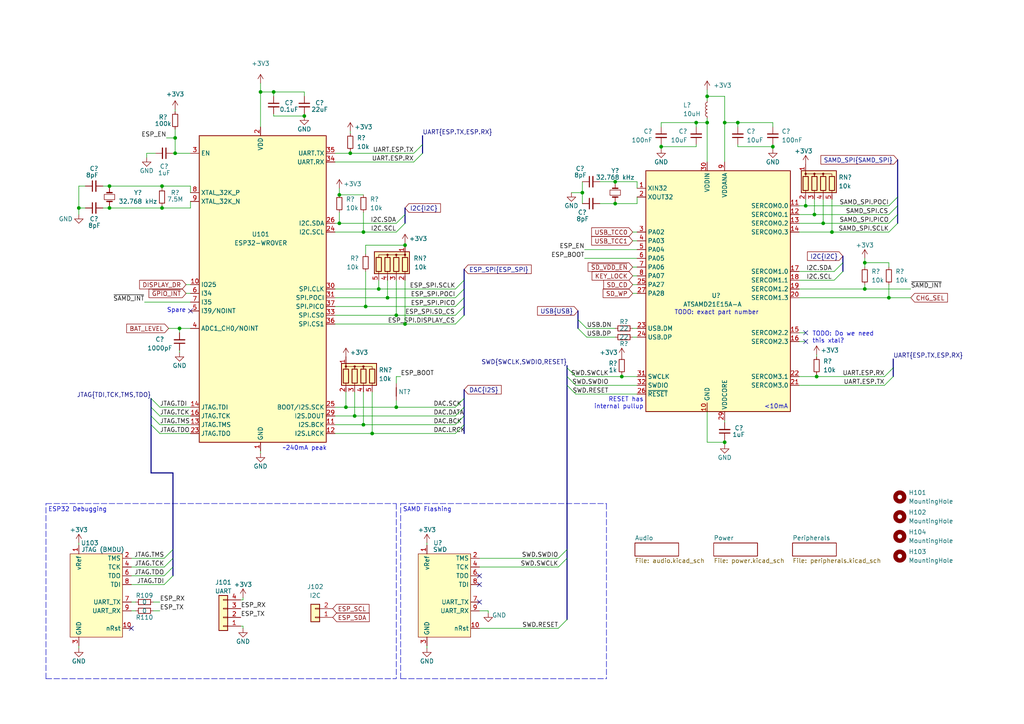
<source format=kicad_sch>
(kicad_sch (version 20211123) (generator eeschema)
  (paper "A4")
  (title_block (date "2022-09-04") (rev "1"))
  (lib_symbols
    (symbol "Connector_Generic:Conn_01x02" (pin_names (offset 1.016) hide)
      (property "Reference" "J" (at 0 2.54 0))
      (property "Value" "Conn_01x02" (at 0 -5.08 0))
      (symbol "Conn_01x02_1_1"
        (rectangle (start -1.27 -2.413) (end 0 -2.667) (stroke (width 0.1524)))
        (rectangle (start -1.27 0.127) (end 0 -0.127) (stroke (width 0.1524)))
        (rectangle (start -1.27 1.27) (end 1.27 -3.81) (stroke (width 0.254)) (fill (type background)))
        (pin passive line (at -5.08 0 0) (length 3.81) (name "Pin_1") (number "1"))
        (pin passive line (at -5.08 -2.54 0) (length 3.81) (name "Pin_2") (number "2"))
      )
    )
    (symbol "Connector_Generic:Conn_01x04" (pin_names (offset 1.016) hide)
      (property "Reference" "J" (at 0 5.08 0))
      (property "Value" "Conn_01x04" (at 0 -7.62 0))
      (symbol "Conn_01x04_1_1"
        (rectangle (start -1.27 -4.953) (end 0 -5.207) (stroke (width 0.1524)))
        (rectangle (start -1.27 -2.413) (end 0 -2.667) (stroke (width 0.1524)))
        (rectangle (start -1.27 0.127) (end 0 -0.127) (stroke (width 0.1524)))
        (rectangle (start -1.27 2.667) (end 0 2.413) (stroke (width 0.1524)))
        (rectangle (start -1.27 3.81) (end 1.27 -6.35) (stroke (width 0.254)) (fill (type background)))
        (pin passive line (at -5.08 2.54 0) (length 3.81) (name "Pin_1") (number "1"))
        (pin passive line (at -5.08 0 0) (length 3.81) (name "Pin_2") (number "2"))
        (pin passive line (at -5.08 -2.54 0) (length 3.81) (name "Pin_3") (number "3"))
        (pin passive line (at -5.08 -5.08 0) (length 3.81) (name "Pin_4") (number "4"))
      )
    )
    (symbol "Device:C_Small" (pin_numbers hide) (pin_names (offset 0.254) hide)
      (property "Reference" "C" (at 0.254 1.778 0))
      (property "Value" "C_Small" (at 0.254 -2.032 0))
      (symbol "C_Small_0_1"
        (polyline (pts (xy -1.524 -0.508) (xy 1.524 -0.508)) (stroke (width 0.3302)))
        (polyline (pts (xy -1.524 0.508) (xy 1.524 0.508)) (stroke (width 0.3048)))
      )
      (symbol "C_Small_1_1"
        (pin passive line (at 0 2.54 270) (length 2.032) (name "~") (number "1"))
        (pin passive line (at 0 -2.54 90) (length 2.032) (name "~") (number "2"))
      )
    )
    (symbol "Device:Crystal_Small" (pin_numbers hide) (pin_names (offset 1.016) hide)
      (property "Reference" "Y" (at 0 2.54 0))
      (property "Value" "Crystal_Small" (at 0 -2.54 0))
      (symbol "Crystal_Small_0_1"
        (rectangle (start -0.762 -1.524) (end 0.762 1.524))
        (polyline (pts (xy -1.27 -0.762) (xy -1.27 0.762)) (stroke (width 0.381)))
        (polyline (pts (xy 1.27 -0.762) (xy 1.27 0.762)) (stroke (width 0.381)))
      )
      (symbol "Crystal_Small_1_1"
        (pin passive line (at -2.54 0 0) (length 1.27) (name "1") (number "1"))
        (pin passive line (at 2.54 0 180) (length 1.27) (name "2") (number "2"))
      )
    )
    (symbol "Device:L_Small" (pin_numbers hide) (pin_names (offset 0.254) hide)
      (property "Reference" "L" (at 0.762 1.016 0))
      (property "Value" "L_Small" (at 0.762 -1.016 0))
      (symbol "L_Small_0_1"
        (arc (start 0 -2.032) (mid 0.508 -1.524) (end 0 -1.016))
        (arc (start 0 -1.016) (mid 0.508 -0.508) (end 0 0))
        (arc (start 0 0) (mid 0.508 0.508) (end 0 1.016))
        (arc (start 0 1.016) (mid 0.508 1.524) (end 0 2.032))
      )
      (symbol "L_Small_1_1"
        (pin passive line (at 0 2.54 270) (length 0.508) (name "~") (number "1"))
        (pin passive line (at 0 -2.54 90) (length 0.508) (name "~") (number "2"))
      )
    )
    (symbol "Device:NetTie_2" (pin_numbers hide) (pin_names (offset 0) hide)
      (property "Reference" "NT" (at 0 1.27 0))
      (property "Value" "NetTie_2" (at 0 -1.27 0))
      (symbol "NetTie_2_0_1"
        (polyline (pts (xy -1.27 0) (xy 1.27 0)) (stroke (width 0.254)))
      )
      (symbol "NetTie_2_1_1"
        (pin passive line (at -2.54 0 0) (length 2.54) (name "1") (number "1"))
        (pin passive line (at 2.54 0 180) (length 2.54) (name "2") (number "2"))
      )
    )
    (symbol "Device:R_Network04" (pin_names (offset 0) hide)
      (property "Reference" "RN" (at -7.62 0 90))
      (property "Value" "R_Network04" (at 5.08 0 90))
      (symbol "R_Network04_0_1"
        (rectangle (start -6.35 -3.175) (end 3.81 3.175) (stroke (width 0.254)) (fill (type background)))
        (rectangle (start -5.842 1.524) (end -4.318 -2.54) (stroke (width 0.254)))
        (circle (center -5.08 2.286) (radius 0.254) (fill (type outline)))
        (rectangle (start -3.302 1.524) (end -1.778 -2.54) (stroke (width 0.254)))
        (circle (center -2.54 2.286) (radius 0.254) (fill (type outline)))
        (rectangle (start -0.762 1.524) (end 0.762 -2.54) (stroke (width 0.254)))
        (polyline (pts (xy -5.08 -2.54) (xy -5.08 -3.81)))
        (polyline (pts (xy -2.54 -2.54) (xy -2.54 -3.81)))
        (polyline (pts (xy 0 -2.54) (xy 0 -3.81)))
        (polyline (pts (xy 2.54 -2.54) (xy 2.54 -3.81)))
        (polyline (pts (xy -5.08 1.524) (xy -5.08 2.286) (xy -2.54 2.286) (xy -2.54 1.524)))
        (polyline (pts (xy -2.54 1.524) (xy -2.54 2.286) (xy 0 2.286) (xy 0 1.524)))
        (polyline (pts (xy 0 1.524) (xy 0 2.286) (xy 2.54 2.286) (xy 2.54 1.524)))
        (circle (center 0 2.286) (radius 0.254) (fill (type outline)))
        (rectangle (start 1.778 1.524) (end 3.302 -2.54) (stroke (width 0.254)))
      )
      (symbol "R_Network04_1_1"
        (pin passive line (at -5.08 5.08 270) (length 2.54) (name "common") (number "1"))
        (pin passive line (at -5.08 -5.08 90) (length 1.27) (name "R1") (number "2"))
        (pin passive line (at -2.54 -5.08 90) (length 1.27) (name "R2") (number "3"))
        (pin passive line (at 0 -5.08 90) (length 1.27) (name "R3") (number "4"))
        (pin passive line (at 2.54 -5.08 90) (length 1.27) (name "R4") (number "5"))
      )
    )
    (symbol "Device:R_Small" (pin_numbers hide) (pin_names (offset 0.254) hide)
      (property "Reference" "R" (at 0.762 0.508 0))
      (property "Value" "R_Small" (at 0.762 -1.016 0))
      (symbol "R_Small_0_1"
        (rectangle (start -0.762 1.778) (end 0.762 -1.778) (stroke (width 0.2032)))
      )
      (symbol "R_Small_1_1"
        (pin passive line (at 0 2.54 270) (length 0.762) (name "~") (number "1"))
        (pin passive line (at 0 -2.54 90) (length 0.762) (name "~") (number "2"))
      )
    )
    (symbol "Mechanical:MountingHole" (pin_names (offset 1.016))
      (property "Reference" "H" (at 0 5.08 0))
      (property "Value" "MountingHole" (at 0 3.175 0))
      (symbol "MountingHole_0_1"
        (circle (center 0 0) (radius 1.27) (stroke (width 1.27)))
      )
    )
    (symbol "power:+3V3" (power) (pin_names (offset 0))
      (property "Value" "+3V3" (at 0 3.556 0))
      (symbol "+3V3_0_1"
        (polyline (pts (xy -0.762 1.27) (xy 0 2.54)))
        (polyline (pts (xy 0 0) (xy 0 2.54)))
        (polyline (pts (xy 0 2.54) (xy 0.762 1.27)))
      )
      (symbol "+3V3_1_1"
        (pin power_in line (at 0 0 90) (length 0) hide (name "+3V3") (number "1"))
      )
    )
    (symbol "power:GND" (power) (pin_names (offset 0))
      (property "Value" "GND" (at 0 -3.81 0))
      (symbol "GND_0_1"
        (polyline (pts (xy 0 0) (xy 0 -1.27) (xy 1.27 -1.27) (xy 0 -2.54) (xy -1.27 -1.27) (xy 0 -1.27)))
      )
      (symbol "GND_1_1"
        (pin power_in line (at 0 0 270) (length 0) hide (name "GND") (number "1"))
      )
    )
    (symbol "symbols:ATSAMD21E15A-A"
      (property "Reference" "U" (at 0 15.24 0))
      (property "Value" "ATSAMD21E15A-A" (at 0 10.16 0))
      (symbol "ATSAMD21E15A-A_1_1"
        (rectangle (start -20.32 45.72) (end 21.59 -24.13) (stroke (width 0.254)) (fill (type background)))
        (pin bidirectional line (at -22.86 40.64 0) (length 2.54) (name "XIN32") (number "1"))
        (pin power_in line (at -2.54 -24.13 90) (length 2.54) (name "GND") (number "10"))
        (pin bidirectional line (at 24.13 35.56 180) (length 2.54) (name "SERCOM0.0") (number "11"))
        (pin bidirectional line (at 24.13 33.02 180) (length 2.54) (name "SERCOM0.1") (number "12"))
        (pin bidirectional line (at 24.13 30.48 180) (length 2.54) (name "SERCOM0.2") (number "13"))
        (pin bidirectional line (at 24.13 27.94 180) (length 2.54) (name "SERCOM0.3") (number "14"))
        (pin bidirectional line (at 24.13 -1.27 180) (length 2.54) (name "SERCOM2.2") (number "15"))
        (pin bidirectional line (at 24.13 -3.81 180) (length 2.54) (name "SERCOM2.3") (number "16"))
        (pin bidirectional line (at 24.13 16.51 180) (length 2.54) (name "SERCOM1.0") (number "17"))
        (pin bidirectional line (at 24.13 13.97 180) (length 2.54) (name "SERCOM1.1") (number "18"))
        (pin bidirectional line (at 24.13 11.43 180) (length 2.54) (name "SERCOM1.2") (number "19"))
        (pin bidirectional line (at -22.86 38.1 0) (length 2.54) (name "XOUT32") (number "2"))
        (pin bidirectional line (at 24.13 8.89 180) (length 2.54) (name "SERCOM1.3") (number "20"))
        (pin bidirectional line (at 24.13 -16.51 180) (length 2.54) (name "SERCOM3.0") (number "21"))
        (pin bidirectional line (at 24.13 -13.97 180) (length 2.54) (name "SERCOM3.1") (number "22"))
        (pin bidirectional line (at -22.86 0 0) (length 2.54) (name "USB.DM") (number "23"))
        (pin bidirectional line (at -22.86 -2.54 0) (length 2.54) (name "USB.DP") (number "24"))
        (pin bidirectional line (at -22.86 12.7 0) (length 2.54) (name "PA27") (number "25"))
        (pin input line (at -22.86 -19.05 0) (length 2.54) (name "~{RESET}") (number "26"))
        (pin bidirectional line (at -22.86 10.16 0) (length 2.54) (name "PA28") (number "27"))
        (pin passive line (at -2.54 -24.13 90) (length 2.54) hide (name "GND") (number "28"))
        (pin power_out line (at 2.54 -26.67 90) (length 2.54) (name "VDDCORE") (number "29"))
        (pin bidirectional line (at -22.86 27.94 0) (length 2.54) (name "PA02") (number "3"))
        (pin power_in line (at -2.54 48.26 270) (length 2.54) (name "VDDIN") (number "30"))
        (pin bidirectional line (at -22.86 -13.97 0) (length 2.54) (name "SWCLK") (number "31"))
        (pin bidirectional line (at -22.86 -16.51 0) (length 2.54) (name "SWDIO") (number "32"))
        (pin bidirectional line (at -22.86 25.4 0) (length 2.54) (name "PA03") (number "4"))
        (pin bidirectional line (at -22.86 22.86 0) (length 2.54) (name "PA04") (number "5"))
        (pin bidirectional line (at -22.86 20.32 0) (length 2.54) (name "PA05") (number "6"))
        (pin bidirectional line (at -22.86 17.78 0) (length 2.54) (name "PA06") (number "7"))
        (pin bidirectional line (at -22.86 15.24 0) (length 2.54) (name "PA07") (number "8"))
        (pin power_in line (at 2.54 48.26 270) (length 2.54) (name "VDDANA") (number "9"))
      )
    )
    (symbol "symbols:BMDU"
      (property "Reference" "U" (at -5.08 6.35 0))
      (property "Value" "BMDU" (at -5.08 6.35 0))
      (symbol "BMDU_0_0"
        (pin unspecified line (at -5.08 20.32 270) (length 2.54) (name "vRef") (number "1"))
        (pin unspecified line (at 10.16 -3.81 180) (length 2.54) (name "nRst") (number "10"))
        (pin unspecified line (at 10.16 16.51 180) (length 2.54) (name "TMS") (number "2"))
        (pin unspecified line (at -5.08 -8.89 90) (length 2.54) (name "GND") (number "3"))
        (pin unspecified line (at 10.16 13.97 180) (length 2.54) (name "TCK") (number "4"))
        (pin unspecified line (at -5.08 -8.89 90) (length 2.54) hide (name "GND") (number "5"))
        (pin unspecified line (at 10.16 11.43 180) (length 2.54) (name "TDO") (number "6"))
        (pin unspecified line (at 10.16 3.81 180) (length 2.54) (name "UART_TX") (number "7"))
        (pin unspecified line (at 10.16 8.89 180) (length 2.54) (name "TDI") (number "8"))
        (pin unspecified line (at 10.16 1.27 180) (length 2.54) (name "UART_RX") (number "9"))
      )
      (symbol "BMDU_0_1"
        (rectangle (start -7.62 17.78) (end 7.62 -6.35) (fill (type background)))
      )
    )
    (symbol "symbols:ESP32-WROOM"
      (property "Reference" "U" (at -17.78 34.29 0))
      (property "Value" "ESP32-WROOM" (at -3.81 34.29 0))
      (symbol "ESP32-WROOM_0_1"
        (rectangle (start -17.78 33.02) (end 19.05 -55.88) (stroke (width 0.254)) (fill (type background)))
      )
      (symbol "ESP32-WROOM_1_1"
        (pin power_in line (at 0 -58.42 90) (length 2.54) (name "GND") (number "1"))
        (pin bidirectional line (at -20.32 -10.16 0) (length 2.54) (name "IO25") (number "10"))
        (pin bidirectional line (at 21.59 -50.8 180) (length 2.54) (name "I2S.BCK") (number "11"))
        (pin bidirectional line (at 21.59 -53.34 180) (length 2.54) (name "I2S.LRCK") (number "12"))
        (pin bidirectional line (at -20.32 -50.8 0) (length 2.54) (name "JTAG.TMS") (number "13"))
        (pin bidirectional line (at -20.32 -45.72 0) (length 2.54) (name "JTAG.TDI") (number "14"))
        (pin passive line (at 0 -58.42 90) (length 2.54) hide (name "GND") (number "15"))
        (pin bidirectional line (at -20.32 -48.26 0) (length 2.54) (name "JTAG.TCK") (number "16"))
        (pin no_connect line (at -43.18 -13.97 0) (length 2.54) hide (name "SHD/SD2") (number "17"))
        (pin no_connect line (at -43.18 -16.51 0) (length 2.54) hide (name "SWP/SD3") (number "18"))
        (pin no_connect line (at -43.18 -21.59 0) (length 2.54) hide (name "SCS/CMD") (number "19"))
        (pin power_in line (at 0 35.56 270) (length 2.54) (name "VDD") (number "2"))
        (pin no_connect line (at -43.18 -19.05 0) (length 2.54) hide (name "SCK/CLK") (number "20"))
        (pin no_connect line (at -43.18 -8.89 0) (length 2.54) hide (name "SDO/SD0") (number "21"))
        (pin no_connect line (at -43.18 -11.43 0) (length 2.54) hide (name "SDI/SD1") (number "22"))
        (pin bidirectional line (at -20.32 -53.34 0) (length 2.54) (name "JTAG.TDO") (number "23"))
        (pin bidirectional line (at 21.59 5.08 180) (length 2.54) (name "I2C.SCL") (number "24"))
        (pin bidirectional line (at 21.59 -45.72 180) (length 2.54) (name "BOOT/I2S.SCK") (number "25"))
        (pin bidirectional line (at 21.59 7.62 180) (length 2.54) (name "I2C.SDA") (number "26"))
        (pin no_connect line (at -43.18 -24.13 0) (length 2.54) hide (name "IO16") (number "27"))
        (pin no_connect line (at -43.18 -26.67 0) (length 2.54) hide (name "IO17") (number "28"))
        (pin bidirectional line (at 21.59 -48.26 180) (length 2.54) (name "I2S.DOUT") (number "29"))
        (pin input line (at -20.32 27.94 0) (length 2.54) (name "EN") (number "3"))
        (pin bidirectional line (at 21.59 -11.43 180) (length 2.54) (name "SPI.CLK") (number "30"))
        (pin bidirectional line (at 21.59 -13.97 180) (length 2.54) (name "SPI.POCI") (number "31"))
        (pin no_connect line (at -43.18 -29.21 0) (length 2.54) hide (name "NC") (number "32"))
        (pin bidirectional line (at 21.59 -19.05 180) (length 2.54) (name "SPI.CS0") (number "33"))
        (pin bidirectional line (at 21.59 25.4 180) (length 2.54) (name "UART.RX") (number "34"))
        (pin bidirectional line (at 21.59 27.94 180) (length 2.54) (name "UART.TX") (number "35"))
        (pin bidirectional line (at 21.59 -21.59 180) (length 2.54) (name "SPI.CS1") (number "36"))
        (pin bidirectional line (at 21.59 -16.51 180) (length 2.54) (name "SPI.PICO") (number "37"))
        (pin passive line (at 0 -58.42 90) (length 2.54) hide (name "GND") (number "38"))
        (pin passive line (at 0 -58.42 90) (length 2.54) hide (name "GND") (number "39"))
        (pin input line (at -20.32 -22.86 0) (length 2.54) (name "ADC1_CH0/NOINT") (number "4"))
        (pin input line (at -20.32 -17.78 0) (length 2.54) (name "I39/NOINT") (number "5"))
        (pin input line (at -20.32 -12.7 0) (length 2.54) (name "I34") (number "6"))
        (pin input line (at -20.32 -15.24 0) (length 2.54) (name "I35") (number "7"))
        (pin bidirectional line (at -20.32 16.51 0) (length 2.54) (name "XTAL_32K_P") (number "8"))
        (pin bidirectional line (at -20.32 13.97 0) (length 2.54) (name "XTAL_32K_N") (number "9"))
      )
    )
  )
  (bus_alias "I2C" (members "SDA" "SCL"))
  (bus_alias "ESP_SPI" (members "SCLK" "POCI" "PICO" "SD_CS" "DISPLAY_CS"))
  (bus_alias "SAMD_SPI" (members "SCLK" "POCI" "PICO" "CS"))
  (bus_alias "I2S" (members "SCK" "BCK" "LRCK" "DATA"))
  (bus_alias "USB" (members "DN" "DP"))
  (junction (at 117.475 93.98))
  (junction (at 22.86 60.325))
  (junction (at 88.265 33.655))
  (junction (at 114.935 91.44))
  (junction (at 236.22 62.23))
  (junction (at 101.6 44.45))
  (junction (at 250.825 83.82))
  (junction (at 233.68 59.69))
  (junction (at 46.99 53.975))
  (junction (at 250.825 76.2))
  (junction (at 31.75 53.975))
  (junction (at 100.33 118.11))
  (junction (at 46.99 60.325))
  (junction (at 205.105 27.94))
  (junction (at 178.435 52.705))
  (junction (at 112.395 86.36))
  (junction (at 178.435 59.055))
  (junction (at 105.41 123.19))
  (junction (at 238.76 64.77))
  (junction (at 210.185 35.56))
  (junction (at 210.185 128.27))
  (junction (at 224.155 42.545))
  (junction (at 107.95 125.73))
  (junction (at 114.935 118.11))
  (junction (at 52.07 95.25))
  (junction (at 180.34 109.22))
  (junction (at 106.045 88.9))
  (junction (at 201.93 35.56))
  (junction (at 241.3 67.31))
  (junction (at 31.75 60.325))
  (junction (at 79.375 26.67))
  (junction (at 50.8 40.005))
  (junction (at 50.8 44.45))
  (junction (at 213.995 35.56))
  (junction (at 205.105 35.56))
  (junction (at 168.91 55.88))
  (junction (at 98.425 64.77))
  (junction (at 236.855 109.22))
  (junction (at 102.87 120.65))
  (junction (at 117.475 71.12))
  (junction (at 98.425 56.515))
  (junction (at 105.41 67.31))
  (junction (at 191.77 42.545))
  (junction (at 75.565 26.67))
  (junction (at 109.855 83.82))
  (junction (at 257.81 86.36))
  (no_connect (at 233.68 96.52))
  (no_connect (at 233.68 99.06))
  (no_connect (at 55.245 90.17))
  (no_connect (at 139.065 169.545))
  (no_connect (at 38.1 182.245))
  (no_connect (at 139.065 167.005))
  (no_connect (at 139.065 174.625))
  (bus_entry (at 134.62 115.57) (size -2.54 2.54))
  (bus_entry (at 164.465 106.68) (size 2.54 2.54))
  (bus_entry (at 164.465 109.22) (size 2.54 2.54))
  (bus_entry (at 164.465 111.76) (size 2.54 2.54))
  (bus_entry (at 43.815 123.19) (size 2.54 2.54))
  (bus_entry (at 43.815 115.57) (size 2.54 2.54))
  (bus_entry (at 43.815 118.11) (size 2.54 2.54))
  (bus_entry (at 43.815 120.65) (size 2.54 2.54))
  (bus_entry (at 257.81 64.77) (size 2.54 -2.54))
  (bus_entry (at 257.81 62.23) (size 2.54 -2.54))
  (bus_entry (at 257.81 59.69) (size 2.54 -2.54))
  (bus_entry (at 161.925 161.925) (size 2.54 -2.54))
  (bus_entry (at 132.08 86.36) (size 2.54 -2.54))
  (bus_entry (at 132.08 83.82) (size 2.54 -2.54))
  (bus_entry (at 132.08 88.9) (size 2.54 -2.54))
  (bus_entry (at 132.08 93.98) (size 2.54 -2.54))
  (bus_entry (at 132.08 91.44) (size 2.54 -2.54))
  (bus_entry (at 120.015 46.99) (size 2.54 -2.54))
  (bus_entry (at 120.015 44.45) (size 2.54 -2.54))
  (bus_entry (at 47.625 164.465) (size 2.54 -2.54))
  (bus_entry (at 47.625 167.005) (size 2.54 -2.54))
  (bus_entry (at 47.625 161.925) (size 2.54 -2.54))
  (bus_entry (at 47.625 169.545) (size 2.54 -2.54))
  (bus_entry (at 161.925 182.245) (size 2.54 -2.54))
  (bus_entry (at 241.935 78.74) (size 2.54 -2.54))
  (bus_entry (at 257.81 67.31) (size 2.54 -2.54))
  (bus_entry (at 132.08 120.65) (size 2.54 -2.54))
  (bus_entry (at 132.08 125.73) (size 2.54 -2.54))
  (bus_entry (at 132.08 123.19) (size 2.54 -2.54))
  (bus_entry (at 241.935 81.28) (size 2.54 -2.54))
  (bus_entry (at 114.935 64.77) (size 2.54 -2.54))
  (bus_entry (at 114.935 67.31) (size 2.54 -2.54))
  (bus_entry (at 256.54 109.22) (size 2.54 -2.54))
  (bus_entry (at 256.54 111.76) (size 2.54 -2.54))
  (bus_entry (at 161.925 164.465) (size 2.54 -2.54))
  (bus_entry (at 167.64 95.25) (size 2.54 2.54))
  (bus_entry (at 167.64 92.71) (size 2.54 2.54))
  (wire (pts (xy 106.045 78.74) (xy 106.045 88.9)))
  (wire (pts (xy 117.475 70.485) (xy 117.475 71.12)))
  (bus (pts (xy 43.815 115.57) (xy 43.815 118.11)))
  (wire (pts (xy 97.155 67.31) (xy 105.41 67.31)))
  (wire (pts (xy 31.75 53.975) (xy 46.99 53.975)))
  (wire (pts (xy 257.81 82.55) (xy 257.81 86.36)))
  (wire (pts (xy 205.105 119.38) (xy 205.105 128.27)))
  (wire (pts (xy 205.105 128.27) (xy 210.185 128.27)))
  (wire (pts (xy 231.775 81.28) (xy 241.935 81.28)))
  (bus (pts (xy 260.35 62.23) (xy 260.35 64.77)))
  (wire (pts (xy 105.41 123.19) (xy 132.08 123.19)))
  (wire (pts (xy 107.95 125.73) (xy 132.08 125.73)))
  (wire (pts (xy 39.3551 177.165) (xy 38.1 177.165)))
  (wire (pts (xy 22.86 60.325) (xy 24.765 60.325)))
  (wire (pts (xy 250.825 76.2) (xy 257.81 76.2)))
  (wire (pts (xy 22.86 62.23) (xy 22.86 60.325)))
  (wire (pts (xy 114.935 91.44) (xy 132.08 91.44)))
  (wire (pts (xy 257.81 62.23) (xy 236.22 62.23)))
  (wire (pts (xy 213.995 42.545) (xy 213.995 41.91)))
  (wire (pts (xy 114.935 109.22) (xy 114.935 111.125)))
  (bus (pts (xy 134.62 115.57) (xy 134.62 118.11)))
  (wire (pts (xy 55.245 55.88) (xy 55.245 53.975)))
  (wire (pts (xy 236.855 109.22) (xy 231.775 109.22)))
  (wire (pts (xy 50.165 44.45) (xy 50.8 44.45)))
  (wire (pts (xy 183.515 85.09) (xy 184.785 85.09)))
  (wire (pts (xy 55.245 58.42) (xy 55.245 60.325)))
  (wire (pts (xy 48.895 95.25) (xy 52.07 95.25)))
  (wire (pts (xy 184.785 54.61) (xy 184.785 52.705)))
  (wire (pts (xy 97.155 88.9) (xy 106.045 88.9)))
  (wire (pts (xy 180.34 109.22) (xy 184.785 109.22)))
  (wire (pts (xy 53.975 82.55) (xy 55.245 82.55)))
  (polyline (pts (xy 175.895 146.05) (xy 175.895 196.85)))
  (bus (pts (xy 50.165 159.385) (xy 50.165 161.925)))
  (wire (pts (xy 224.155 35.56) (xy 224.155 36.83)))
  (wire (pts (xy 139.065 164.465) (xy 161.925 164.465)))
  (wire (pts (xy 109.855 83.82) (xy 132.08 83.82)))
  (wire (pts (xy 178.435 52.705) (xy 178.435 53.34)))
  (wire (pts (xy 112.395 86.36) (xy 132.08 86.36)))
  (wire (pts (xy 167.005 109.22) (xy 180.34 109.22)))
  (wire (pts (xy 75.565 26.67) (xy 79.375 26.67)))
  (wire (pts (xy 52.07 96.52) (xy 52.07 95.25)))
  (bus (pts (xy 167.64 90.17) (xy 167.64 92.71)))
  (wire (pts (xy 50.8 32.385) (xy 50.8 31.75)))
  (wire (pts (xy 100.33 118.11) (xy 97.155 118.11)))
  (wire (pts (xy 123.825 157.48) (xy 123.825 158.115)))
  (bus (pts (xy 134.62 118.11) (xy 134.62 120.65)))
  (bus (pts (xy 164.465 106.68) (xy 164.465 109.22)))
  (bus (pts (xy 122.555 41.91) (xy 122.555 44.45)))
  (wire (pts (xy 231.775 86.36) (xy 257.81 86.36)))
  (wire (pts (xy 201.93 35.56) (xy 191.77 35.56)))
  (wire (pts (xy 183.515 67.31) (xy 184.785 67.31)))
  (wire (pts (xy 22.86 53.975) (xy 24.765 53.975)))
  (wire (pts (xy 97.155 83.82) (xy 109.855 83.82)))
  (wire (pts (xy 233.68 99.06) (xy 231.775 99.06)))
  (wire (pts (xy 42.545 44.45) (xy 42.545 45.72)))
  (wire (pts (xy 139.065 177.165) (xy 141.605 177.165)))
  (wire (pts (xy 109.855 81.28) (xy 109.855 83.82)))
  (wire (pts (xy 114.935 116.205) (xy 114.935 118.11)))
  (wire (pts (xy 106.045 88.9) (xy 132.08 88.9)))
  (polyline (pts (xy 116.205 146.05) (xy 175.895 146.05)))
  (wire (pts (xy 29.845 60.325) (xy 31.75 60.325)))
  (wire (pts (xy 31.75 60.325) (xy 31.75 59.69)))
  (wire (pts (xy 48.26 40.005) (xy 50.8 40.005)))
  (wire (pts (xy 75.565 26.67) (xy 75.565 36.83)))
  (wire (pts (xy 141.605 177.165) (xy 141.605 177.8)))
  (wire (pts (xy 114.935 81.28) (xy 114.935 91.44)))
  (wire (pts (xy 100.33 113.665) (xy 100.33 118.11)))
  (wire (pts (xy 236.855 102.87) (xy 236.855 103.505)))
  (wire (pts (xy 238.76 57.785) (xy 238.76 64.77)))
  (wire (pts (xy 183.515 77.47) (xy 184.785 77.47)))
  (wire (pts (xy 183.515 97.79) (xy 184.785 97.79)))
  (wire (pts (xy 183.515 80.01) (xy 184.785 80.01)))
  (wire (pts (xy 69.85 181.61) (xy 70.485 181.61)))
  (wire (pts (xy 55.245 53.975) (xy 46.99 53.975)))
  (wire (pts (xy 210.185 35.56) (xy 210.185 46.99)))
  (wire (pts (xy 257.81 86.36) (xy 264.16 86.36)))
  (wire (pts (xy 46.355 120.65) (xy 55.245 120.65)))
  (wire (pts (xy 231.775 83.82) (xy 250.825 83.82)))
  (bus (pts (xy 244.475 76.2) (xy 244.475 78.74)))
  (wire (pts (xy 231.775 111.76) (xy 256.54 111.76)))
  (wire (pts (xy 233.68 57.785) (xy 233.68 59.69)))
  (wire (pts (xy 231.775 78.74) (xy 241.935 78.74)))
  (wire (pts (xy 257.81 59.69) (xy 233.68 59.69)))
  (wire (pts (xy 105.41 113.665) (xy 105.41 123.19)))
  (wire (pts (xy 210.185 127.635) (xy 210.185 128.27)))
  (wire (pts (xy 22.86 157.48) (xy 22.86 158.115)))
  (wire (pts (xy 79.375 26.67) (xy 88.265 26.67)))
  (wire (pts (xy 139.065 182.245) (xy 161.925 182.245)))
  (wire (pts (xy 256.54 109.22) (xy 236.855 109.22)))
  (wire (pts (xy 75.565 24.13) (xy 75.565 26.67)))
  (wire (pts (xy 31.75 60.325) (xy 46.99 60.325)))
  (bus (pts (xy 164.465 109.22) (xy 164.465 111.76)))
  (wire (pts (xy 233.68 96.52) (xy 231.775 96.52)))
  (bus (pts (xy 164.465 161.925) (xy 164.465 179.705)))
  (wire (pts (xy 105.41 123.19) (xy 97.155 123.19)))
  (wire (pts (xy 39.37 174.625) (xy 38.1 174.625)))
  (wire (pts (xy 46.355 118.11) (xy 55.245 118.11)))
  (wire (pts (xy 46.355 177.165) (xy 44.4351 177.165)))
  (polyline (pts (xy 13.335 196.85) (xy 13.335 146.05)))
  (wire (pts (xy 170.18 97.79) (xy 178.435 97.79)))
  (wire (pts (xy 46.355 123.19) (xy 55.245 123.19)))
  (wire (pts (xy 29.845 53.975) (xy 31.75 53.975)))
  (wire (pts (xy 31.75 53.975) (xy 31.75 54.61)))
  (wire (pts (xy 201.93 35.56) (xy 201.93 36.83)))
  (wire (pts (xy 79.375 33.02) (xy 79.375 33.655)))
  (wire (pts (xy 79.375 33.655) (xy 88.265 33.655)))
  (wire (pts (xy 183.515 82.55) (xy 184.785 82.55)))
  (wire (pts (xy 173.99 52.705) (xy 178.435 52.705)))
  (wire (pts (xy 88.265 26.67) (xy 88.265 27.94)))
  (wire (pts (xy 191.77 35.56) (xy 191.77 36.83)))
  (bus (pts (xy 134.62 88.9) (xy 134.62 86.36)))
  (wire (pts (xy 105.41 67.31) (xy 114.935 67.31)))
  (wire (pts (xy 114.935 118.11) (xy 132.08 118.11)))
  (wire (pts (xy 224.155 42.545) (xy 224.155 43.18)))
  (wire (pts (xy 98.425 61.595) (xy 98.425 64.77)))
  (wire (pts (xy 213.995 42.545) (xy 224.155 42.545)))
  (bus (pts (xy 134.62 120.65) (xy 134.62 123.19)))
  (wire (pts (xy 167.005 111.76) (xy 184.785 111.76)))
  (bus (pts (xy 164.465 111.76) (xy 164.465 159.385)))
  (wire (pts (xy 250.825 76.2) (xy 250.825 74.93)))
  (wire (pts (xy 50.8 40.005) (xy 50.8 37.465)))
  (wire (pts (xy 169.545 72.39) (xy 184.785 72.39)))
  (wire (pts (xy 38.1 164.465) (xy 47.625 164.465)))
  (bus (pts (xy 43.815 120.65) (xy 43.815 123.19)))
  (wire (pts (xy 46.355 125.73) (xy 55.245 125.73)))
  (wire (pts (xy 101.6 38.1) (xy 101.6 38.735)))
  (wire (pts (xy 70.485 173.355) (xy 70.485 173.99)))
  (wire (pts (xy 117.475 81.28) (xy 117.475 93.98)))
  (wire (pts (xy 241.3 57.785) (xy 241.3 67.31)))
  (wire (pts (xy 170.18 95.25) (xy 178.435 95.25)))
  (wire (pts (xy 98.425 64.77) (xy 114.935 64.77)))
  (wire (pts (xy 210.185 27.94) (xy 210.185 35.56)))
  (bus (pts (xy 167.64 92.71) (xy 167.64 95.25)))
  (wire (pts (xy 102.87 120.65) (xy 97.155 120.65)))
  (polyline (pts (xy 116.205 196.85) (xy 116.205 146.05)))
  (wire (pts (xy 167.005 114.3) (xy 184.785 114.3)))
  (wire (pts (xy 38.1 167.005) (xy 47.625 167.005)))
  (wire (pts (xy 100.33 118.11) (xy 114.935 118.11)))
  (wire (pts (xy 38.1 169.545) (xy 47.625 169.545)))
  (wire (pts (xy 233.68 59.69) (xy 231.775 59.69)))
  (wire (pts (xy 231.775 64.77) (xy 238.76 64.77)))
  (wire (pts (xy 107.95 125.73) (xy 97.155 125.73)))
  (bus (pts (xy 43.815 137.16) (xy 50.165 137.16)))
  (wire (pts (xy 180.34 108.585) (xy 180.34 109.22)))
  (wire (pts (xy 236.22 62.23) (xy 231.775 62.23)))
  (polyline (pts (xy 116.205 196.85) (xy 175.895 196.85)))
  (wire (pts (xy 139.065 161.925) (xy 161.925 161.925)))
  (wire (pts (xy 97.155 44.45) (xy 101.6 44.45)))
  (wire (pts (xy 224.155 41.91) (xy 224.155 42.545)))
  (wire (pts (xy 205.105 27.94) (xy 210.185 27.94)))
  (wire (pts (xy 101.6 44.45) (xy 120.015 44.45)))
  (wire (pts (xy 250.825 76.2) (xy 250.825 77.47)))
  (wire (pts (xy 46.99 53.975) (xy 46.99 54.61)))
  (wire (pts (xy 236.22 57.785) (xy 236.22 62.23)))
  (wire (pts (xy 75.565 131.445) (xy 75.565 130.81)))
  (wire (pts (xy 205.105 26.035) (xy 205.105 27.94)))
  (wire (pts (xy 178.435 59.055) (xy 184.785 59.055)))
  (wire (pts (xy 173.99 59.055) (xy 178.435 59.055)))
  (wire (pts (xy 38.1 161.925) (xy 47.625 161.925)))
  (wire (pts (xy 116.205 109.22) (xy 114.935 109.22)))
  (wire (pts (xy 106.045 71.12) (xy 117.475 71.12)))
  (bus (pts (xy 134.62 78.105) (xy 134.62 81.28)))
  (wire (pts (xy 183.515 95.25) (xy 184.785 95.25)))
  (wire (pts (xy 191.77 41.91) (xy 191.77 42.545)))
  (bus (pts (xy 134.62 91.44) (xy 134.62 88.9)))
  (bus (pts (xy 134.62 86.36) (xy 134.62 83.82)))
  (bus (pts (xy 117.475 62.23) (xy 117.475 64.77)))
  (bus (pts (xy 122.555 39.37) (xy 122.555 41.91)))
  (wire (pts (xy 250.825 83.82) (xy 264.16 83.82)))
  (wire (pts (xy 117.475 93.98) (xy 132.08 93.98)))
  (wire (pts (xy 191.77 42.545) (xy 191.77 43.18)))
  (wire (pts (xy 45.085 44.45) (xy 42.545 44.45)))
  (wire (pts (xy 46.99 60.325) (xy 55.245 60.325)))
  (wire (pts (xy 169.545 74.93) (xy 184.785 74.93)))
  (wire (pts (xy 210.185 128.27) (xy 210.185 128.905)))
  (bus (pts (xy 164.465 106.045) (xy 164.465 106.68)))
  (polyline (pts (xy 13.335 146.05) (xy 114.935 146.05)))
  (wire (pts (xy 168.91 59.055) (xy 168.91 55.88)))
  (wire (pts (xy 123.825 187.325) (xy 123.825 187.96)))
  (bus (pts (xy 134.62 83.82) (xy 134.62 81.28)))
  (wire (pts (xy 105.41 61.595) (xy 105.41 67.31)))
  (wire (pts (xy 205.105 35.56) (xy 205.105 46.99)))
  (wire (pts (xy 178.435 58.42) (xy 178.435 59.055)))
  (wire (pts (xy 210.185 35.56) (xy 213.995 35.56)))
  (wire (pts (xy 236.855 108.585) (xy 236.855 109.22)))
  (wire (pts (xy 112.395 81.28) (xy 112.395 86.36)))
  (bus (pts (xy 259.08 106.68) (xy 259.08 109.22)))
  (bus (pts (xy 50.165 137.16) (xy 50.165 159.385)))
  (bus (pts (xy 50.165 161.925) (xy 50.165 164.465)))
  (wire (pts (xy 168.91 55.88) (xy 165.735 55.88)))
  (wire (pts (xy 102.87 113.665) (xy 102.87 120.65)))
  (wire (pts (xy 98.425 54.61) (xy 98.425 56.515)))
  (wire (pts (xy 102.87 120.65) (xy 132.08 120.65)))
  (wire (pts (xy 213.995 35.56) (xy 224.155 35.56)))
  (wire (pts (xy 257.81 76.2) (xy 257.81 77.47)))
  (wire (pts (xy 98.425 56.515) (xy 105.41 56.515)))
  (wire (pts (xy 52.07 95.25) (xy 55.245 95.25)))
  (bus (pts (xy 117.475 60.325) (xy 117.475 62.23)))
  (wire (pts (xy 46.355 174.625) (xy 44.45 174.625)))
  (wire (pts (xy 107.95 113.665) (xy 107.95 125.73)))
  (wire (pts (xy 205.105 27.94) (xy 205.105 29.21)))
  (bus (pts (xy 260.35 57.15) (xy 260.35 59.69)))
  (wire (pts (xy 201.93 42.545) (xy 201.93 41.91)))
  (bus (pts (xy 43.815 118.11) (xy 43.815 120.65)))
  (wire (pts (xy 70.485 173.99) (xy 69.85 173.99)))
  (wire (pts (xy 97.155 93.98) (xy 117.475 93.98)))
  (wire (pts (xy 79.375 26.67) (xy 79.375 27.94)))
  (bus (pts (xy 134.62 113.03) (xy 134.62 115.57)))
  (wire (pts (xy 50.8 44.45) (xy 55.245 44.45)))
  (wire (pts (xy 97.155 64.77) (xy 98.425 64.77)))
  (bus (pts (xy 260.35 59.69) (xy 260.35 62.23)))
  (bus (pts (xy 43.815 123.19) (xy 43.815 137.16)))
  (wire (pts (xy 178.435 52.705) (xy 184.785 52.705)))
  (wire (pts (xy 205.105 35.56) (xy 201.93 35.56)))
  (wire (pts (xy 168.91 52.705) (xy 168.91 55.88)))
  (wire (pts (xy 88.265 33.655) (xy 88.265 33.02)))
  (wire (pts (xy 250.825 82.55) (xy 250.825 83.82)))
  (wire (pts (xy 97.155 46.99) (xy 120.015 46.99)))
  (wire (pts (xy 213.995 35.56) (xy 213.995 36.83)))
  (bus (pts (xy 244.475 74.295) (xy 244.475 76.2)))
  (wire (pts (xy 22.86 60.325) (xy 22.86 53.975)))
  (wire (pts (xy 101.6 43.815) (xy 101.6 44.45)))
  (polyline (pts (xy 13.335 196.85) (xy 114.935 196.85)))
  (wire (pts (xy 97.155 91.44) (xy 114.935 91.44)))
  (bus (pts (xy 134.62 123.19) (xy 134.62 125.73)))
  (wire (pts (xy 22.86 187.325) (xy 22.86 187.96)))
  (wire (pts (xy 257.81 67.31) (xy 241.3 67.31)))
  (wire (pts (xy 53.975 85.09) (xy 55.245 85.09)))
  (wire (pts (xy 201.93 42.545) (xy 191.77 42.545)))
  (wire (pts (xy 210.185 121.92) (xy 210.185 122.555)))
  (wire (pts (xy 52.07 102.235) (xy 52.07 101.6)))
  (wire (pts (xy 238.76 64.77) (xy 257.81 64.77)))
  (polyline (pts (xy 114.935 146.05) (xy 114.935 196.85)))
  (wire (pts (xy 97.155 86.36) (xy 112.395 86.36)))
  (bus (pts (xy 164.465 159.385) (xy 164.465 161.925)))
  (wire (pts (xy 41.91 87.63) (xy 55.245 87.63)))
  (wire (pts (xy 205.105 34.29) (xy 205.105 35.56)))
  (wire (pts (xy 183.515 69.85) (xy 184.785 69.85)))
  (bus (pts (xy 260.35 46.355) (xy 260.35 57.15)))
  (wire (pts (xy 106.045 71.12) (xy 106.045 73.66)))
  (wire (pts (xy 46.99 60.325) (xy 46.99 59.69)))
  (wire (pts (xy 70.485 181.61) (xy 70.485 182.245)))
  (wire (pts (xy 241.3 67.31) (xy 231.775 67.31)))
  (bus (pts (xy 50.165 164.465) (xy 50.165 167.005)))
  (wire (pts (xy 50.8 44.45) (xy 50.8 40.005)))
  (wire (pts (xy 184.785 57.15) (xy 184.785 59.055)))
  (bus (pts (xy 259.08 104.14) (xy 259.08 106.68)))
  (text "<10mA" (at 221.615 118.745 0) (effects (font (size 1.27 1.27)) (justify left bottom)))
  (text "~240mA peak" (at 81.915 130.81 0) (effects (font (size 1.27 1.27)) (justify left bottom)))
  (text "Spare" (at 53.975 90.805 180) (effects (font (size 1.27 1.27)) (justify right bottom)))
  (text "RESET has\ninternal pullup" (at 186.69 118.745 180) (effects (font (size 1.27 1.27)) (justify right bottom)))
  (text "SAMD Flashing" (at 116.84 148.59 0) (effects (font (size 1.27 1.27)) (justify left bottom)))
  (text "ESP32 Debugging" (at 13.97 148.59 0) (effects (font (size 1.27 1.27)) (justify left bottom)))
  (text "TODO: exact part number" (at 195.58 91.44 0) (effects (font (size 1.27 1.27)) (justify left bottom)))
  (text "TODO: Do we need\nthis xtal?" (at 235.585 99.695 0) (effects (font (size 1.27 1.27)) (justify left bottom)))
  (label "ESP_TX" (at 46.355 177.165 0))
  (label "~{SAMD_INT}" (at 264.16 83.82 0))
  (label "UART.ESP.TX" (at 120.015 44.45 180))
  (label "DAC.BCK" (at 125.73 123.19 0))
  (label "JTAG.TCK" (at 47.625 164.465 180))
  (label "UART{ESP.TX,ESP.RX}" (at 259.08 104.14 0))
  (label "ESP_BOOT" (at 169.545 74.93 180))
  (label "ESP_SPI.DISPLAY_CS" (at 131.9565 93.98 180))
  (label "SAMD_SPI.SCLK" (at 257.81 67.31 180))
  (label "I2C.SCL" (at 241.3 81.28 180))
  (label "DAC.SCK" (at 125.73 118.11 0))
  (label "I2C.SDA" (at 114.935 64.77 180))
  (label "SWD.SWCLK" (at 176.53 109.22 180))
  (label "ESP_SPI.SCLK" (at 132.08 83.82 180))
  (label "JTAG.TDO" (at 47.625 167.005 180))
  (label "JTAG.TCK" (at 46.355 120.65 0))
  (label "SAMD_SPI.PICO" (at 257.81 64.77 180))
  (label "SWD.RESET" (at 176.53 114.3 180))
  (label "SWD{SWCLK,SWDIO,RESET}" (at 164.465 106.045 180))
  (label "SWD.SWDIO" (at 176.53 111.76 180))
  (label "SWD.RESET" (at 161.925 182.245 180))
  (label "JTAG.TDO" (at 46.355 125.73 0))
  (label "I2C.SCL" (at 114.935 67.31 180))
  (label "ESP_SPI.POCI" (at 132.08 86.36 180))
  (label "SAMD_SPI.CS" (at 257.6328 62.23 180))
  (label "UART{ESP.TX,ESP.RX}" (at 122.555 39.37 0))
  (label "ESP_RX" (at 69.85 176.53 0))
  (label "ESP_EN" (at 169.545 72.39 180))
  (label "~{SAMD_INT}" (at 41.91 87.63 180))
  (label "JTAG{TDI,TCK,TMS,TDO}" (at 43.815 115.57 180))
  (label "ESP_SPI.PICO" (at 132.08 88.9 180))
  (label "DAC.DATA" (at 125.73 120.65 0))
  (label "ESP_RX" (at 46.355 174.625 0))
  (label "UART.ESP.RX" (at 120.015 46.99 180))
  (label "JTAG.TDI" (at 47.625 169.545 180))
  (label "UART.ESP.TX" (at 256.54 111.76 180))
  (label "SWD.SWCLK" (at 161.925 164.465 180))
  (label "SWD.SWDIO" (at 161.925 161.925 180))
  (label "UART.ESP.RX" (at 256.54 109.22 180))
  (label "SAMD_SPI.POCI" (at 257.81 59.69 180))
  (label "USB.DN" (at 170.18 95.25 0))
  (label "USB.DP" (at 170.18 97.79 0))
  (label "ESP_EN" (at 48.26 40.005 180))
  (label "JTAG.TDI" (at 46.355 118.11 0))
  (label "JTAG.TMS" (at 47.625 161.925 180))
  (label "I2C.SDA" (at 241.3 78.74 180))
  (label "ESP_BOOT" (at 116.205 109.22 0))
  (label "ESP_TX" (at 69.85 179.07 0))
  (label "JTAG.TMS" (at 46.355 123.19 0))
  (label "DAC.LRCK" (at 125.73 125.73 0))
  (label "ESP_SPI.SD_CS" (at 131.9028 91.44 180))
  (global_label "~{GPIO_INT}" (shape input) (at 53.975 85.09 180) (property "Intersheet References" "${INTERSHEET_REFS}" (effects hide)))
  (global_label "BAT_LEVEL" (shape input) (at 48.895 95.25 180) (property "Intersheet References" "${INTERSHEET_REFS}" (effects hide)))
  (global_label "SAMD_SPI{SAMD_SPI}" (shape input) (at 260.35 46.355 180) (property "Intersheet References" "${INTERSHEET_REFS}" (effects hide)))
  (global_label "USB{USB}" (shape input) (at 167.64 90.17 180) (property "Intersheet References" "${INTERSHEET_REFS}" (effects hide)))
  (global_label "SD_WP" (shape input) (at 183.515 85.09 180) (property "Intersheet References" "${INTERSHEET_REFS}" (effects hide)))
  (global_label "~{SD_VDD_EN}" (shape input) (at 183.515 77.47 180) (property "Intersheet References" "${INTERSHEET_REFS}" (effects hide)))
  (global_label "USB_TCC1" (shape input) (at 183.515 69.85 180) (property "Intersheet References" "${INTERSHEET_REFS}" (effects hide)))
  (global_label "ESP_SCL" (shape input) (at 96.52 176.53 0) (property "Intersheet References" "${INTERSHEET_REFS}" (effects hide)))
  (global_label "I2C{I2C}" (shape input) (at 117.475 60.325 0) (property "Intersheet References" "${INTERSHEET_REFS}" (effects hide)))
  (global_label "DISPLAY_DR" (shape input) (at 53.975 82.55 180) (property "Intersheet References" "${INTERSHEET_REFS}" (effects hide)))
  (global_label "DAC{I2S}" (shape input) (at 134.62 113.03 0) (property "Intersheet References" "${INTERSHEET_REFS}" (effects hide)))
  (global_label "I2C{I2C}" (shape input) (at 244.475 74.295 180) (property "Intersheet References" "${INTERSHEET_REFS}" (effects hide)))
  (global_label "SD_CD" (shape input) (at 183.515 82.55 180) (property "Intersheet References" "${INTERSHEET_REFS}" (effects hide)))
  (global_label "USB_TCC0" (shape input) (at 183.515 67.31 180) (property "Intersheet References" "${INTERSHEET_REFS}" (effects hide)))
  (global_label "KEY_LOCK" (shape input) (at 183.515 80.01 180) (property "Intersheet References" "${INTERSHEET_REFS}" (effects hide)))
  (global_label "ESP_SDA" (shape input) (at 96.52 179.07 0) (property "Intersheet References" "${INTERSHEET_REFS}" (effects hide)))
  (global_label "ESP_SPI{ESP_SPI}" (shape input) (at 134.62 78.105 0) (property "Intersheet References" "${INTERSHEET_REFS}" (effects hide)))
  (global_label "CHG_SEL" (shape input) (at 264.16 86.36 0) (property "Intersheet References" "${INTERSHEET_REFS}" (effects hide)))
  (symbol (lib_id "Device:C_Small") (at 27.305 53.975 90) (unit 1)
    (property "Reference" "C?" (at 28.575 48.895 90) (effects (justify left)))
    (property "Value" "8pF" (at 28.575 50.8 90) (effects (justify left)))
    (property "Footprint" "Capacitor_SMD:C_0603_1608Metric" (effects hide))
    (property "PN" "GQM1875C2E8R0CB12D" (effects hide))
  )
  (symbol (lib_id "power:+3V3") (at 70.485 173.355 0) (unit 1)
    (property "Reference" "#PWR0109" (effects hide))
    (property "Value" "+3V3" (at 70.485 169.545 0))
  )
  (symbol (lib_id "Device:NetTie_2") (at 114.935 113.665 90) (unit 1)
    (property "Reference" "NT?" (at 115.57 113.665 90) (effects (justify right)))
    (property "Value" "NetTie_2" (effects hide))
  )
  (symbol (lib_id "power:+3V3") (at 22.86 157.48 0) (unit 1)
    (property "Reference" "#PWR0117" (effects hide))
    (property "Value" "+3V3" (at 22.86 153.67 0))
  )
  (symbol (lib_id "Device:R_Small") (at 98.425 59.055 0) (unit 1)
    (property "Reference" "R?" (at 100.33 57.785 0) (effects (justify left)))
    (property "Value" "10k" (at 100.33 60.325 0) (effects (justify left)))
  )
  (symbol (lib_id "power:GND") (at 70.485 182.245 0) (unit 1)
    (property "Reference" "#PWR0103" (effects hide))
    (property "Value" "GND" (at 70.485 186.055 0))
  )
  (symbol (lib_id "Mechanical:MountingHole") (at 260.985 161.29 0) (unit 1) (in_bom no)
    (property "Reference" "H103" (at 263.525 160.0199 0) (effects (justify left)))
    (property "Value" "MountingHole" (at 263.525 162.5599 0) (effects (justify left)))
    (property "Footprint" "MountingHole:MountingHole_2.2mm_M2" (effects hide))
  )
  (symbol (lib_id "power:+3V3") (at 123.825 157.48 0) (unit 1)
    (property "Reference" "#PWR?" (effects hide))
    (property "Value" "+3V3" (at 123.825 153.67 0))
  )
  (symbol (lib_id "symbols:ESP32-WROOM") (at 75.565 72.39 0) (unit 1)
    (property "Reference" "U101" (at 73.025 67.945 0) (effects (justify left)))
    (property "Value" "ESP32-WROVER" (at 67.945 70.485 0) (effects (justify left)))
    (property "Footprint" "RF_Module:ESP32-WROOM-32U" (effects hide))
    (property "Datasheet" "https://www.espressif.com/sites/default/files/documentation/esp32-wroom-32d_esp32-wroom-32u_datasheet_en.pdf" (effects hide))
    (property "PN" "ESP32-WROVER-IE-N16R8" (effects hide))
  )
  (symbol (lib_id "Device:R_Network04") (at 105.41 108.585 0) (unit 1)
    (property "Reference" "RN?" (at 109.855 107.315 0) (effects (justify left)))
    (property "Value" "10k" (at 109.855 109.855 0) (effects (justify left)))
  )
  (symbol (lib_id "Device:C_Small") (at 88.265 30.48 0) (unit 1)
    (property "Reference" "C?" (at 92.71 29.845 0))
    (property "Value" "22uF" (at 92.71 31.75 0))
    (property "Footprint" "Capacitor_SMD:C_0805_2012Metric" (effects hide))
    (property "PN" "EMK212BBJ226MG-T " (effects hide))
  )
  (symbol (lib_id "power:+3V3") (at 75.565 24.13 0) (unit 1)
    (property "Reference" "#PWR?" (effects hide))
    (property "Value" "+3V3" (at 75.565 18.415 0))
  )
  (symbol (lib_id "power:GND") (at 210.185 128.905 0) (unit 1)
    (property "Reference" "#PWR?" (effects hide))
    (property "Value" "GND" (at 210.185 132.715 0))
  )
  (symbol (lib_id "Device:C_Small") (at 47.625 44.45 270) (unit 1)
    (property "Reference" "C?" (at 47.625 48.26 90))
    (property "Value" "1uF" (at 47.625 50.165 90))
    (property "Footprint" "Capacitor_SMD:C_0805_2012Metric" (effects hide))
    (property "PN" "EMK212BJ105KG-T" (effects hide))
  )
  (symbol (lib_id "power:GND") (at 165.735 55.88 0) (unit 1)
    (property "Reference" "#PWR?" (effects hide))
    (property "Value" "GND" (at 165.735 59.69 0))
  )
  (symbol (lib_id "power:GND") (at 22.86 187.96 0) (unit 1)
    (property "Reference" "#PWR0118" (effects hide))
    (property "Value" "GND" (at 22.86 191.77 0))
  )
  (symbol (lib_id "Device:R_Small") (at 180.975 95.25 90) (unit 1)
    (property "Reference" "R?" (at 180.975 93.345 90))
    (property "Value" "22" (at 180.975 95.25 90))
  )
  (symbol (lib_id "power:GND") (at 75.565 131.445 0) (unit 1)
    (property "Reference" "#PWR?" (effects hide))
    (property "Value" "GND" (at 75.565 135.255 0))
  )
  (symbol (lib_id "Device:R_Small") (at 41.8951 177.165 90) (unit 1)
    (property "Reference" "R110" (at 41.91 179.07 90))
    (property "Value" "0" (at 41.91 177.165 90))
    (property "Footprint" "Resistor_SMD:R_0603_1608Metric" (effects hide))
  )
  (symbol (lib_id "power:+3V3") (at 236.855 102.87 0) (unit 1)
    (property "Reference" "#PWR?" (effects hide))
    (property "Value" "+3V3" (at 240.665 101.6 0))
  )
  (symbol (lib_id "Device:C_Small") (at 201.93 39.37 0) (mirror x) (unit 1)
    (property "Reference" "C?" (at 199.39 38.1 0) (effects (justify right)))
    (property "Value" "10uF" (at 199.39 40.64 0) (effects (justify right)))
  )
  (symbol (lib_id "Device:C_Small") (at 224.155 39.37 0) (unit 1)
    (property "Reference" "C?" (at 226.695 38.1062 0) (effects (justify left)))
    (property "Value" "100nF" (at 226.695 40.6462 0) (effects (justify left)))
  )
  (symbol (lib_id "Device:R_Small") (at 236.855 106.045 0) (unit 1)
    (property "Reference" "R?" (at 238.76 104.775 0) (effects (justify left)))
    (property "Value" "10k" (at 238.76 107.315 0) (effects (justify left)))
  )
  (symbol (lib_id "power:GND") (at 191.77 43.18 0) (mirror y) (unit 1)
    (property "Reference" "#PWR?" (effects hide))
    (property "Value" "GND" (at 191.77 46.99 0))
  )
  (symbol (lib_id "Device:R_Small") (at 46.99 57.15 180) (unit 1)
    (property "Reference" "R?" (at 50.8 55.88 0))
    (property "Value" "7.5M" (at 50.8 57.785 0))
    (property "Footprint" "Resistor_SMD:R_0603_1608Metric" (effects hide))
    (property "PN" "RC0603FR-077M5L" (effects hide))
  )
  (symbol (lib_id "Device:R_Small") (at 41.91 174.625 90) (unit 1)
    (property "Reference" "R109" (at 41.91 172.72 90))
    (property "Value" "0" (at 41.91 174.625 90))
    (property "Footprint" "Resistor_SMD:R_0603_1608Metric" (effects hide))
  )
  (symbol (lib_id "power:+3V3") (at 233.68 47.625 0) (mirror y) (unit 1)
    (property "Reference" "#PWR?" (effects hide))
    (property "Value" "+3V3" (at 233.045 43.815 0))
  )
  (symbol (lib_id "Device:Crystal_Small") (at 31.75 57.15 90) (unit 1)
    (property "Reference" "Y?" (at 40.005 55.88 90))
    (property "Value" "32.768 kHz" (at 40.005 58.42 90))
    (property "Footprint" "Crystal:Crystal_SMD_3215-2Pin_3.2x1.5mm" (effects hide))
    (property "PN" "FC-135 32.7680KA-AG0" (effects hide))
  )
  (symbol (lib_id "power:GND") (at 52.07 102.235 0) (unit 1)
    (property "Reference" "#PWR?" (effects hide))
    (property "Value" "GND" (at 52.07 106.045 0))
  )
  (symbol (lib_id "Device:C_Small") (at 191.77 39.37 0) (mirror y) (unit 1)
    (property "Reference" "C?" (at 189.23 38.1062 0) (effects (justify left)))
    (property "Value" "100nF" (at 189.23 40.6462 0) (effects (justify left)))
  )
  (symbol (lib_id "power:+3V3") (at 250.825 74.93 0) (mirror y) (unit 1)
    (property "Reference" "#PWR?" (effects hide))
    (property "Value" "+3V3" (at 250.825 71.12 0))
  )
  (symbol (lib_id "power:GND") (at 123.825 187.96 0) (unit 1)
    (property "Reference" "#PWR?" (effects hide))
    (property "Value" "GND" (at 123.825 191.77 0))
  )
  (symbol (lib_id "power:+3V3") (at 117.475 70.485 0) (unit 1)
    (property "Reference" "#PWR?" (effects hide))
    (property "Value" "+3V3" (at 121.285 69.215 0))
  )
  (symbol (lib_id "Device:C_Small") (at 79.375 30.48 0) (unit 1)
    (property "Reference" "C?" (at 83.82 29.845 0))
    (property "Value" "0.1uF" (at 83.82 31.75 0))
    (property "Footprint" "Capacitor_SMD:C_0805_2012Metric" (effects hide))
    (property "PN" "0805YD104KAT2A" (effects hide))
  )
  (symbol (lib_id "Device:C_Small") (at 213.995 39.37 180) (unit 1)
    (property "Reference" "C?" (at 216.535 38.1 0) (effects (justify right)))
    (property "Value" "10uF" (at 216.535 40.64 0) (effects (justify right)))
  )
  (symbol (lib_id "power:GND") (at 22.86 62.23 0) (unit 1)
    (property "Reference" "#PWR?" (effects hide))
    (property "Value" "GND" (at 19.05 63.5 0))
  )
  (symbol (lib_id "power:+3V3") (at 98.425 54.61 0) (unit 1)
    (property "Reference" "#PWR?" (effects hide))
    (property "Value" "+3V3" (at 102.235 53.34 0))
  )
  (symbol (lib_id "Device:R_Small") (at 101.6 41.275 0) (unit 1)
    (property "Reference" "R?" (at 103.505 40.005 0) (effects (justify left)))
    (property "Value" "10k" (at 103.505 42.545 0) (effects (justify left)))
  )
  (symbol (lib_id "Connector_Generic:Conn_01x04") (at 64.77 179.07 180) (unit 1)
    (property "Reference" "J101" (at 64.77 168.91 0))
    (property "Value" "UART" (at 64.77 171.45 0))
    (property "Footprint" "Connector_Molex:Molex_PicoBlade_53261-0471_1x04-1MP_P1.25mm_Horizontal" (effects hide))
    (property "PN" "53261-0471 " (effects hide))
  )
  (symbol (lib_id "power:GND") (at 224.155 43.18 0) (unit 1)
    (property "Reference" "#PWR?" (effects hide))
    (property "Value" "GND" (at 224.155 46.99 0))
  )
  (symbol (lib_id "Device:L_Small") (at 205.105 31.75 0) (mirror y) (unit 1)
    (property "Reference" "L?" (at 198.12 30.48 0) (effects (justify right)))
    (property "Value" "10uH" (at 198.12 33.02 0) (effects (justify right)))
  )
  (symbol (lib_id "Device:R_Small") (at 257.81 80.01 0) (unit 1)
    (property "Reference" "R?" (at 259.715 78.74 0) (effects (justify left)))
    (property "Value" "10k" (at 259.715 81.28 0) (effects (justify left)))
  )
  (symbol (lib_id "Device:R_Small") (at 50.8 34.925 180) (unit 1)
    (property "Reference" "R?" (at 47.3075 33.9725 0))
    (property "Value" "100k" (at 47.3075 35.8775 0))
    (property "Footprint" "Resistor_SMD:R_0603_1608Metric" (effects hide))
    (property "PN" "RC0603JR-10100KL" (effects hide))
  )
  (symbol (lib_id "Mechanical:MountingHole") (at 260.985 144.145 0) (unit 1) (in_bom no)
    (property "Reference" "H101" (at 263.525 142.8749 0) (effects (justify left)))
    (property "Value" "MountingHole" (at 263.525 145.4149 0) (effects (justify left)))
    (property "Footprint" "MountingHole:MountingHole_2.2mm_M2" (effects hide))
  )
  (symbol (lib_id "power:+3V3") (at 100.33 103.505 0) (mirror y) (unit 1)
    (property "Reference" "#PWR?" (effects hide))
    (property "Value" "+3V3" (at 104.14 102.235 0))
  )
  (symbol (lib_id "symbols:BMDU") (at 128.905 178.435 0) (unit 1)
    (property "Reference" "U?" (at 127 157.48 0))
    (property "Value" "SWD" (at 127.635 159.385 0))
    (property "Footprint" "Connector_PinHeader_1.27mm:PinHeader_2x05_P1.27mm_Vertical_SMD" (effects hide))
    (property "Datasheet" "SAM8796-ND" (effects hide))
    (property "PN" "FTSH-105-01-F-DV-K" (effects hide))
  )
  (symbol (lib_id "symbols:BMDU") (at 27.94 178.435 0) (unit 1)
    (property "Reference" "U103" (at 26.035 157.48 0))
    (property "Value" "JTAG (BMDU)" (at 29.845 159.385 0))
    (property "Footprint" "Connector_PinHeader_1.27mm:PinHeader_2x05_P1.27mm_Vertical_SMD" (effects hide))
    (property "Datasheet" "SAM8796-ND" (effects hide))
    (property "PN" "FTSH-105-01-F-DV-K" (effects hide))
  )
  (symbol (lib_id "Device:Crystal_Small") (at 178.435 55.88 270) (unit 1)
    (property "Reference" "Y?" (at 178.435 49.53 90))
    (property "Value" "32.768 kHz" (at 178.435 51.435 90))
    (property "Footprint" "Crystal:Crystal_SMD_3215-2Pin_3.2x1.5mm" (effects hide))
    (property "PN" "FC-135 32.7680KA-AG0" (effects hide))
  )
  (symbol (lib_id "Device:C_Small") (at 171.45 52.705 90) (unit 1)
    (property "Reference" "C?" (at 169.545 48.895 90) (effects (justify left)))
    (property "Value" "8pF" (at 170.18 50.8 90) (effects (justify left)))
    (property "Footprint" "Capacitor_SMD:C_0603_1608Metric" (effects hide))
    (property "PN" "GQM1875C2E8R0CB12D" (effects hide))
  )
  (symbol (lib_id "Device:R_Network04") (at 238.76 52.705 0) (unit 1)
    (property "Reference" "RN?" (at 243.205 51.435 0) (effects (justify left)))
    (property "Value" "10k" (at 243.205 53.975 0) (effects (justify left)))
  )
  (symbol (lib_id "power:GND") (at 88.265 33.655 0) (unit 1)
    (property "Reference" "#PWR?" (effects hide))
    (property "Value" "GND" (at 88.265 37.465 0))
  )
  (symbol (lib_id "Device:C_Small") (at 52.07 99.06 180) (unit 1)
    (property "Reference" "C?" (at 46.355 98.425 0))
    (property "Value" "1000pF" (at 46.355 100.965 0))
    (property "Footprint" "Capacitor_SMD:C_0805_2012Metric" (effects hide))
    (property "PN" "0805YD102KAT2A" (effects hide))
  )
  (symbol (lib_id "power:GND") (at 42.545 45.72 0) (unit 1)
    (property "Reference" "#PWR?" (effects hide))
    (property "Value" "GND" (at 42.545 49.53 0))
  )
  (symbol (lib_id "Connector_Generic:Conn_01x02") (at 91.44 179.07 180) (unit 1)
    (property "Reference" "J102" (at 91.44 170.18 0))
    (property "Value" "I2C" (at 91.44 172.72 0))
    (property "Footprint" "footprints:i2c_tp" (effects hide))
  )
  (symbol (lib_id "Mechanical:MountingHole") (at 260.985 155.575 0) (unit 1) (in_bom no)
    (property "Reference" "H104" (at 263.525 154.3049 0) (effects (justify left)))
    (property "Value" "MountingHole" (at 263.525 156.8449 0) (effects (justify left)))
    (property "Footprint" "MountingHole:MountingHole_2.2mm_M2" (effects hide))
  )
  (symbol (lib_id "power:+3V3") (at 205.105 26.035 0) (mirror y) (unit 1)
    (property "Reference" "#PWR?" (effects hide))
    (property "Value" "+3V3" (at 209.55 24.765 0))
  )
  (symbol (lib_id "Device:C_Small") (at 171.45 59.055 90) (mirror x) (unit 1)
    (property "Reference" "C?" (at 170.18 61.595 90) (effects (justify left)))
    (property "Value" "8pF" (at 170.815 63.5 90) (effects (justify left)))
    (property "Footprint" "Capacitor_SMD:C_0603_1608Metric" (effects hide))
    (property "PN" "GQM1875C2E8R0CB12D" (effects hide))
  )
  (symbol (lib_id "Device:R_Small") (at 180.34 106.045 0) (unit 1)
    (property "Reference" "R?" (at 176.53 105.41 0) (effects (justify left)))
    (property "Value" "1k" (at 176.53 107.315 0) (effects (justify left)))
  )
  (symbol (lib_id "Device:R_Network04") (at 112.395 76.2 0) (mirror y) (unit 1)
    (property "Reference" "RN?" (at 123.825 74.93 0) (effects (justify left)))
    (property "Value" "10k" (at 123.825 77.47 0) (effects (justify left)))
  )
  (symbol (lib_id "Device:C_Small") (at 27.305 60.325 90) (unit 1)
    (property "Reference" "C?" (at 28.575 63.5 90) (effects (justify left)))
    (property "Value" "8pF" (at 29.21 65.405 90) (effects (justify left)))
    (property "Footprint" "Capacitor_SMD:C_0603_1608Metric" (effects hide))
    (property "PN" "GQM1875C2E8R0CB12D" (effects hide))
  )
  (symbol (lib_id "power:+3V3") (at 180.34 103.505 0) (unit 1)
    (property "Reference" "#PWR?" (effects hide))
    (property "Value" "+3V3" (at 176.53 102.235 0))
  )
  (symbol (lib_id "Device:R_Small") (at 106.045 76.2 0) (mirror y) (unit 1)
    (property "Reference" "R?" (at 104.14 74.93 0) (effects (justify left)))
    (property "Value" "10k" (at 104.14 77.47 0) (effects (justify left)))
  )
  (symbol (lib_id "power:+3V3") (at 50.8 31.75 0) (unit 1)
    (property "Reference" "#PWR?" (effects hide))
    (property "Value" "+3V3" (at 50.8 27.305 0))
  )
  (symbol (lib_id "power:GND") (at 141.605 177.8 0) (unit 1)
    (property "Reference" "#PWR?" (effects hide))
    (property "Value" "GND" (at 144.78 178.435 0))
  )
  (symbol (lib_id "symbols:ATSAMD21E15A-A") (at 207.645 95.25 0) (unit 1)
    (property "Reference" "U?" (at 206.375 85.725 0) (effects (justify left)))
    (property "Value" "ATSAMD21E15A-A" (at 198.12 88.265 0) (effects (justify left)))
    (property "Footprint" "Package_QFP:TQFP-32_7x7mm_P0.8mm" (effects hide))
    (property "Datasheet" "http://ww1.microchip.com/downloads/en/DeviceDoc/SAM_D21_DA1_Family_Data%20Sheet_DS40001882E.pdf" (effects hide))
  )
  (symbol (lib_id "Device:R_Small") (at 105.41 59.055 0) (unit 1)
    (property "Reference" "R?" (at 107.315 57.785 0) (effects (justify left)))
    (property "Value" "10k" (at 107.315 60.325 0) (effects (justify left)))
  )
  (symbol (lib_id "Mechanical:MountingHole") (at 260.985 149.86 0) (unit 1) (in_bom no)
    (property "Reference" "H102" (at 263.525 148.5899 0) (effects (justify left)))
    (property "Value" "MountingHole" (at 263.525 151.1299 0) (effects (justify left)))
    (property "Footprint" "MountingHole:MountingHole_2.2mm_M2" (effects hide))
  )
  (symbol (lib_id "Device:C_Small") (at 210.185 125.095 180) (unit 1)
    (property "Reference" "C?" (at 213.0425 124.1425 0) (effects (justify right)))
    (property "Value" "1uF" (at 212.4075 126.0475 0) (effects (justify right)))
  )
  (symbol (lib_id "Device:R_Small") (at 180.975 97.79 270) (unit 1)
    (property "Reference" "R?" (at 180.975 99.695 90))
    (property "Value" "22" (at 180.975 97.79 90))
  )
  (symbol (lib_id "power:+3V3") (at 101.6 38.1 0) (unit 1)
    (property "Reference" "#PWR?" (effects hide))
    (property "Value" "+3V3" (at 105.41 36.83 0))
  )
  (symbol (lib_id "Device:R_Small") (at 250.825 80.01 0) (unit 1)
    (property "Reference" "R?" (at 252.73 78.74 0) (effects (justify left)))
    (property "Value" "10k" (at 252.73 81.28 0) (effects (justify left)))
  )
  (sheet (at 207.01 157.48) (size 12.7 3.81) (stroke (width 0.1524))
    (property "Sheet name" "Power" (at 207.01 156.7684 0) (effects (justify left bottom)))
    (property "Sheet file" "power.kicad_sch" (at 207.01 161.8746 0) (effects (justify left top)))
  )
  (sheet (at 229.87 157.48) (size 12.7 3.81) (stroke (width 0.1524))
    (property "Sheet name" "Peripherals" (at 229.87 156.7684 0) (effects (justify left bottom)))
    (property "Sheet file" "peripherals.kicad_sch" (at 229.87 161.8746 0) (effects (justify left top)))
  )
  (sheet (at 184.15 157.48) (size 12.7 3.81) (stroke (width 0.1524))
    (property "Sheet name" "Audio" (at 184.15 156.7684 0) (effects (justify left bottom)))
    (property "Sheet file" "audio.kicad_sch" (at 184.15 161.8746 0) (effects (justify left top)))
  )
)
</source>
